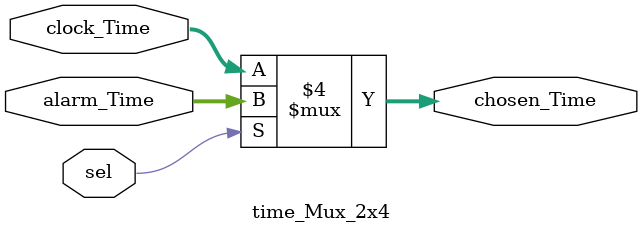
<source format=sv>
`timescale 1ns / 1ps
module time_Mux_2x4(
    output logic [13:0] chosen_Time,
    input logic [13:0] clock_Time,
    input logic [13:0] alarm_Time,
    input logic sel
    );
	always @* begin
      if(sel == 1'b0) chosen_Time = clock_Time;
      else chosen_Time = alarm_Time;
    end
endmodule
</source>
